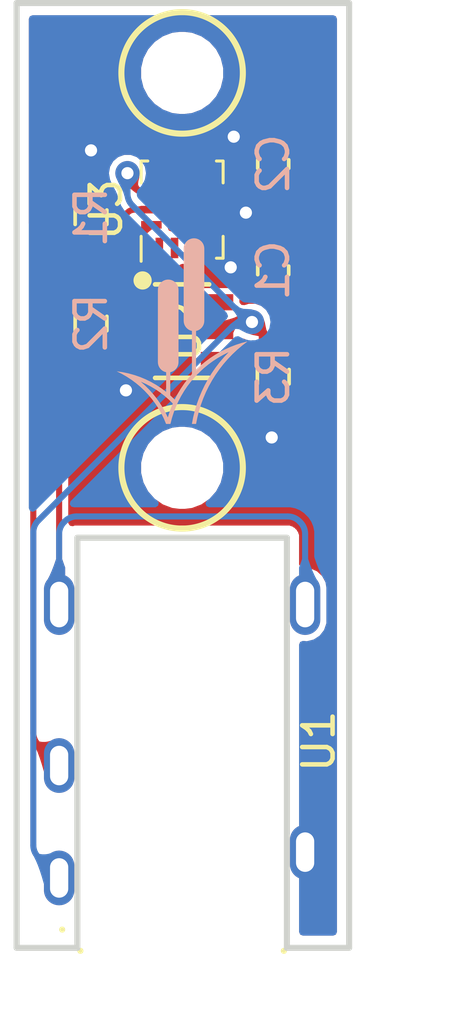
<source format=kicad_pcb>
(kicad_pcb (version 20221018) (generator pcbnew)
  (layers (0 "F.Cu" signal) (31 "B.Cu" signal) (34 "B.Paste" user) (35 "F.Paste" user) (36 "B.SilkS" user "B.Silkscreen") (37 "F.SilkS" user "F.Silkscreen") (38 "B.Mask" user) (39 "F.Mask" user) (44 "Edge.Cuts" user))
  (net 0 "")
  (net 1 "+3V3")
  (net 2 "/SDA")
  (net 3 "Net-(R2-Pad2)")
  (net 4 "/SCL")
  (net 5 "Net-(U3-VDD)")
  (net 6 "GND")
  (net 7 "Net-(R1-Pad2)")
  (footprint "SOT-23-6_L2.9-W1.6-P0.95-LS2.8-BL:SOT-23-6_L2.9-W1.6-P0.95-LS2.8-BL" (layer "F.Cu") (at 147 92.5 -90)
    (fp_text reference "U2" (at 0 -0.1 90) (layer "F.SilkS"))
    (fp_text value "SRV05-4_C558418")
    (fp_line (start -1.539192 0.889205) (end -1.539192 -0.889205) (stroke (width 0.1524)) (layer "F.SilkS"))
    (fp_line (start 1.539192 0.889205) (end 1.539192 -0.889205) (stroke (width 0.1524)) (layer "F.SilkS"))
    (fp_circle (center -1.668275 1.301499) (end -1.518161 1.301499) (stroke (width 0.3)) (fill none) (layer "F.SilkS"))
    (fp_circle (center -1.463018 1.4) (end -1.43302 1.4) (stroke (width 0.059995)) (fill none) (layer "F.SilkS"))
    (pad "1" smd rect (at -0.949962 1.149098 270) (size 0.532004 1.072009) (layers "F.Cu" "F.Paste" "F.Mask") (net 2 "/SDA"))
    (pad "2" smd rect (at 0 1.149098 270) (size 0.532004 1.072009) (layers "F.Cu" "F.Paste" "F.Mask") (net 6 "GND"))
    (pad "3" smd rect (at 0.949962 1.149098 270) (size 0.532004 1.072009) (layers "F.Cu" "F.Paste" "F.Mask") (net 4 "/SCL"))
    (pad "4" smd rect (at 0.949962 -1.149098 270) (size 0.532004 1.072009) (layers "F.Cu" "F.Paste" "F.Mask"))
    (pad "5" smd rect (at 0 -1.149098 270) (size 0.532004 1.072009) (layers "F.Cu" "F.Paste" "F.Mask") (net 1 "+3V3"))
    (pad "6" smd rect (at -0.949962 -1.149098 270) (size 0.532004 1.072009) (layers "F.Cu" "F.Paste" "F.Mask"))
  )
  (footprint "AUDIO-TH_ST-0277D00-052-142:AUDIO-TH_ST-0277D00-052-142" (layer "F.Cu") (at 147 106 90)
    (fp_text reference "U1" (at 0 4.5 270) (layer "F.SilkS"))
    (fp_text value "ST-0277D00-052-142")
    (fp_line (start -6.8 -3.45) (end -6.8 -4.5) (stroke (width 0.15)) (layer "F.SilkS"))
    (fp_line (start -6.8 -3.45) (end 6.7 -3.45) (stroke (width 0.15)) (layer "F.SilkS"))
    (fp_line (start -6.8 3.45) (end -6.8 4.5) (stroke (width 0.15)) (layer "F.SilkS"))
    (fp_line (start 6.7 -3.45) (end 6.7 3.45) (stroke (width 0.15)) (layer "F.SilkS"))
    (fp_line (start 6.7 3.45) (end -6.8 3.45) (stroke (width 0.15)) (layer "F.SilkS"))
    (fp_circle (center -6.9 -3.35) (end -6.9 -3.35) (stroke (width 0.1)) (fill none) (layer "F.SilkS"))
    (fp_circle (center -6.9 3.35) (end -6.9 3.35) (stroke (width 0.1)) (fill none) (layer "F.SilkS"))
    (fp_circle (center -6.2 -3.95) (end -6.2 -3.9) (stroke (width 0.1)) (fill none) (layer "F.SilkS"))
    (pad "1" thru_hole oval (at -4.5 -4.050038 90) (size 1.8 1) (drill oval 1.300025 0.6) (layers "*.Cu" "*.Mask") (net 1 "+3V3"))
    (pad "2" thru_hole oval (at -3.64986 4.050038 90) (size 1.8 1) (drill oval 1.3 0.6) (layers "*.Cu" "*.Mask") (net 6 "GND"))
    (pad "3" thru_hole oval (at -0.799975 -4.050038 90) (size 1.8 1) (drill oval 1.3 0.6) (layers "*.Cu" "*.Mask") (net 7 "Net-(R1-Pad2)"))
    (pad "4" thru_hole oval (at 4.5 4.050038 90) (size 2 1) (drill oval 1.5 0.6) (layers "*.Cu" "*.Mask") (net 3 "Net-(R2-Pad2)"))
    (pad "5" thru_hole oval (at 4.5 -4.050038 90) (size 2 1) (drill oval 1.5 0.6) (layers "*.Cu" "*.Mask") (net 3 "Net-(R2-Pad2)"))
  )
  (footprint "" (layer "F.Cu") (at 147 84)
    (fp_text reference "" (at 0 0) (layer "F.SilkS") (effects (font (size 1.27 1.27))))
    (fp_text value "" (at 0 0) (layer "F.SilkS") (effects (font (size 1.27 1.27))))
    (pad "" np_thru_hole circle (at 0 0) (size 2.2 2.2) (drill 2.2) (layers "F&B.Cu" "*.Mask"))
  )
  (footprint "Package_LGA:Bosch_LGA-14_3x2.5mm_P0.5mm" (layer "F.Cu") (at 147 88.5 90)
    (fp_text reference "U3" (at 0 -2.5 90) (layer "F.SilkS"))
    (fp_text value "BMI270")
    (fp_line (start -1.7 -1.35) (end -0.88 -1.35) (stroke (width 0.1)) (layer "F.SilkS"))
    (fp_line (start -1.6 1.35) (end -1.6 1.13) (stroke (width 0.1)) (layer "F.SilkS"))
    (fp_line (start -1.6 1.35) (end -0.88 1.35) (stroke (width 0.1)) (layer "F.SilkS"))
    (fp_line (start 0.88 -1.35) (end 1.6 -1.35) (stroke (width 0.1)) (layer "F.SilkS"))
    (fp_line (start 1.6 -1.35) (end 1.6 -1.13) (stroke (width 0.1)) (layer "F.SilkS"))
    (fp_line (start 1.6 1.13) (end 1.6 1.35) (stroke (width 0.1)) (layer "F.SilkS"))
    (fp_line (start 1.6 1.35) (end 0.88 1.35) (stroke (width 0.1)) (layer "F.SilkS"))
    (pad "1" smd rect (at -1.2625 -0.75 90) (size 0.675 0.25) (layers "F.Cu" "F.Paste" "F.Mask") (net 1 "+3V3"))
    (pad "2" smd rect (at -1.2625 -0.25 90) (size 0.675 0.25) (layers "F.Cu" "F.Paste" "F.Mask"))
    (pad "3" smd rect (at -1.2625 0.25 90) (size 0.675 0.25) (layers "F.Cu" "F.Paste" "F.Mask"))
    (pad "4" smd rect (at -1.2625 0.75 90) (size 0.675 0.25) (layers "F.Cu" "F.Paste" "F.Mask"))
    (pad "5" smd rect (at -0.5 1.0125 90) (size 0.25 0.675) (layers "F.Cu" "F.Paste" "F.Mask") (net 5 "Net-(U3-VDD)"))
    (pad "6" smd rect (at 0 1.0125 90) (size 0.25 0.675) (layers "F.Cu" "F.Paste" "F.Mask") (net 6 "GND"))
    (pad "7" smd rect (at 0.5 1.0125 90) (size 0.25 0.675) (layers "F.Cu" "F.Paste" "F.Mask") (net 6 "GND"))
    (pad "8" smd rect (at 1.2625 0.75 90) (size 0.675 0.25) (layers "F.Cu" "F.Paste" "F.Mask") (net 5 "Net-(U3-VDD)"))
    (pad "9" smd rect (at 1.2625 0.25 90) (size 0.675 0.25) (layers "F.Cu" "F.Paste" "F.Mask"))
    (pad "10" smd rect (at 1.2625 -0.25 90) (size 0.675 0.25) (layers "F.Cu" "F.Paste" "F.Mask"))
    (pad "11" smd rect (at 1.2625 -0.75 90) (size 0.675 0.25) (layers "F.Cu" "F.Paste" "F.Mask"))
    (pad "12" smd rect (at 0.5 -1.0125 90) (size 0.25 0.675) (layers "F.Cu" "F.Paste" "F.Mask") (net 1 "+3V3"))
    (pad "13" smd rect (at 0 -1.0125 90) (size 0.25 0.675) (layers "F.Cu" "F.Paste" "F.Mask") (net 4 "/SCL"))
    (pad "14" smd rect (at -0.5 -1.0125 90) (size 0.25 0.675) (layers "F.Cu" "F.Paste" "F.Mask") (net 2 "/SDA"))
  )
  (footprint "" (layer "F.Cu") (at 147 97)
    (fp_text reference "" (at 0 0) (layer "F.SilkS") (effects (font (size 1.27 1.27))))
    (fp_text value "" (at 0 0) (layer "F.SilkS") (effects (font (size 1.27 1.27))))
    (pad "" np_thru_hole circle (at 0 0) (size 2.2 2.2) (drill 2.2) (layers "F&B.Cu" "*.Mask"))
  )
  (footprint "Resistor_SMD:R_0603_1608Metric" (layer "F.Cu") (at 150 94 -90)
    (fp_text reference "R3" (at 0 0 -90) (layer "B.SilkS") (effects (justify mirror)))
    (fp_text value "1k")
    (fp_line (start -0.237258 -0.5225) (end 0.237258 -0.5225) (stroke (width 0.12)) (layer "F.SilkS"))
    (fp_line (start -0.237258 0.5225) (end 0.237258 0.5225) (stroke (width 0.12)) (layer "F.SilkS"))
    (pad "1" smd roundrect (at -0.825 0 270) (size 0.8 0.95) (layers "F.Cu" "F.Paste" "F.Mask") (net 1 "+3V3"))
    (pad "2" smd roundrect (at 0.825 0 270) (size 0.8 0.95) (layers "F.Cu" "F.Paste" "F.Mask") (net 5 "Net-(U3-VDD)"))
  )
  (footprint "Resistor_SMD:R_0603_1608Metric" (layer "F.Cu") (at 144 92.25 90)
    (fp_text reference "R2" (at 0 0 90) (layer "B.SilkS") (effects (justify mirror)))
    (fp_text value "1k")
    (fp_line (start -0.237258 -0.5225) (end 0.237258 -0.5225) (stroke (width 0.12)) (layer "F.SilkS"))
    (fp_line (start -0.237258 0.5225) (end 0.237258 0.5225) (stroke (width 0.12)) (layer "F.SilkS"))
    (pad "1" smd roundrect (at -0.825 0 90) (size 0.8 0.95) (layers "F.Cu" "F.Paste" "F.Mask") (net 4 "/SCL"))
    (pad "2" smd roundrect (at 0.825 0 90) (size 0.8 0.95) (layers "F.Cu" "F.Paste" "F.Mask") (net 3 "Net-(R2-Pad2)"))
  )
  (footprint "Capacitor_SMD:C_0603_1608Metric" (layer "F.Cu") (at 150 90.5 -90)
    (fp_text reference "C1" (at 0 0 90) (layer "B.SilkS") (effects (justify mirror)))
    (fp_text value "100n")
    (fp_line (start -0.14058 -0.51) (end 0.14058 -0.51) (stroke (width 0.12)) (layer "F.SilkS"))
    (fp_line (start -0.14058 0.51) (end 0.14058 0.51) (stroke (width 0.12)) (layer "F.SilkS"))
    (pad "1" smd roundrect (at -0.775 0 270) (size 0.9 0.95) (layers "F.Cu" "F.Paste" "F.Mask") (net 5 "Net-(U3-VDD)"))
    (pad "2" smd roundrect (at 0.775 0 270) (size 0.9 0.95) (layers "F.Cu" "F.Paste" "F.Mask") (net 6 "GND"))
  )
  (footprint "Capacitor_SMD:C_0603_1608Metric" (layer "F.Cu") (at 150 87 90)
    (fp_text reference "C2" (at 0 0 90) (layer "B.SilkS") (effects (justify mirror)))
    (fp_text value "100n")
    (fp_line (start -0.14058 -0.51) (end 0.14058 -0.51) (stroke (width 0.12)) (layer "F.SilkS"))
    (fp_line (start -0.14058 0.51) (end 0.14058 0.51) (stroke (width 0.12)) (layer "F.SilkS"))
    (pad "1" smd roundrect (at -0.775 0 90) (size 0.9 0.95) (layers "F.Cu" "F.Paste" "F.Mask") (net 5 "Net-(U3-VDD)"))
    (pad "2" smd roundrect (at 0.775 0 90) (size 0.9 0.95) (layers "F.Cu" "F.Paste" "F.Mask") (net 6 "GND"))
  )
  (footprint "Resistor_SMD:R_0603_1608Metric" (layer "F.Cu") (at 144 88.75 90)
    (fp_text reference "R1" (at 0 0 90) (layer "B.SilkS") (effects (justify mirror)))
    (fp_text value "1k")
    (fp_line (start -0.237258 -0.5225) (end 0.237258 -0.5225) (stroke (width 0.12)) (layer "F.SilkS"))
    (fp_line (start -0.237258 0.5225) (end 0.237258 0.5225) (stroke (width 0.12)) (layer "F.SilkS"))
    (pad "1" smd roundrect (at -0.825 0 90) (size 0.8 0.95) (layers "F.Cu" "F.Paste" "F.Mask") (net 2 "/SDA"))
    (pad "2" smd roundrect (at 0.825 0 90) (size 0.8 0.95) (layers "F.Cu" "F.Paste" "F.Mask") (net 7 "Net-(R1-Pad2)"))
  )
  (gr_poly (pts (xy 147.297965 89.456279) (xy 147.23955 89.478975) (xy 147.18622 89.511996) (xy 147.139867 89.554226) (xy 147.102071 89.604239) (xy 147.074134 89.660452) (xy 147.056988 89.720604) (xy 147.051283 89.783143) (xy 147.051128 92.161075) (xy 147.056027 92.219025) (xy 147.070817 92.275207) (xy 147.094939 92.328072) (xy 147.127619 92.376008) (xy 147.168113 92.417617) (xy 147.214932 92.45191) (xy 147.267177 92.477614) (xy 147.322894 92.493954) (xy 147.322739 93.912875) (xy 147.190189 94.067191) (xy 147.066848 94.228793) (xy 146.952684 94.397062) (xy 146.848567 94.571532) (xy 146.754247 94.751862) (xy 146.609325 94.613917) (xy 146.609325 93.852879) (xy 146.664888 93.836507) (xy 146.717102 93.810803) (xy 146.763952 93.776511) (xy 146.804414 93.734901) (xy 146.83728 93.686966) (xy 146.861248 93.634101) (xy 146.876007 93.577918) (xy 146.881092 93.519969) (xy 146.881402 91.142067) (xy 146.875542 91.079497) (xy 146.858396 91.019191) (xy 146.830459 90.963133) (xy 146.792663 90.91312) (xy 146.746309 90.870921) (xy 146.692979 90.8379) (xy 146.634564 90.815173) (xy 146.572956 90.803762) (xy 146.510262 90.803762) (xy 146.448653 90.815173) (xy 146.390238 90.8379) (xy 146.336908 90.870921) (xy 146.290554 90.91312) (xy 146.252758 90.963133) (xy 146.224822 91.019191) (xy 146.207675 91.079497) (xy 146.20197 91.142067) (xy 146.20166 93.519969) (xy 146.206559 93.577918) (xy 146.221318 93.634101) (xy 146.245472 93.686966) (xy 146.278152 93.734901) (xy 146.318646 93.776511) (xy 146.365619 93.810803) (xy 146.417709 93.836507) (xy 146.473427 93.852879) (xy 146.473427 94.499133) (xy 146.314212 94.380071) (xy 146.147989 94.271178) (xy 145.975256 94.172921) (xy 145.796848 94.085423) (xy 145.613324 94.009241) (xy 145.425367 93.944625) (xy 145.233905 93.891605) (xy 145.039282 93.850801) (xy 144.842736 93.822213) (xy 145.010694 93.905402) (xy 145.173568 93.998606) (xy 145.330427 94.101297) (xy 145.481084 94.213074) (xy 145.62492 94.333407) (xy 145.761129 94.462144) (xy 145.88971 94.598848) (xy 146.009703 94.742809) (xy 146.121169 94.893621) (xy 146.223395 95.050945) (xy 146.316103 95.214005) (xy 146.398982 95.382118) (xy 146.471535 95.554976) (xy 146.614875 95.554976) (xy 146.664082 95.364166) (xy 146.724078 95.176673) (xy 146.794585 94.992685) (xy 146.843663 94.883947) (xy 146.693289 94.883947) (xy 146.631711 95.033799) (xy 146.577079 95.186223) (xy 146.529454 95.341005) (xy 146.448343 95.173511) (xy 146.357868 95.010792) (xy 146.258308 94.853624) (xy 146.150067 94.702191) (xy 146.033516 94.557239) (xy 145.908903 94.418983) (xy 145.776663 94.288015) (xy 145.637292 94.164642) (xy 145.80525 94.239273) (xy 145.96859 94.323889) (xy 146.126409 94.418022) (xy 146.278493 94.52152) (xy 146.423911 94.633916) (xy 146.56232 94.75487) (xy 146.693289 94.883947) (xy 146.843663 94.883947) (xy 146.875542 94.813316) (xy 146.966668 94.638691) (xy 147.067623 94.469616) (xy 147.178128 94.306587) (xy 147.297811 94.150193) (xy 147.426237 94.001148) (xy 147.563097 93.85939) (xy 147.707863 93.725878) (xy 147.859947 93.60077) (xy 148.019007 93.48456) (xy 148.184423 93.377713) (xy 148.355885 93.280572) (xy 148.532402 93.193415) (xy 148.378272 93.35694) (xy 148.232699 93.528061) (xy 148.09618 93.7065) (xy 147.968994 93.89176) (xy 147.851389 94.083221) (xy 147.743737 94.280387) (xy 147.64644 94.482949) (xy 147.559593 94.69013) (xy 147.483381 94.901558) (xy 147.418299 95.116522) (xy 147.364163 95.334493) (xy 147.321158 95.554976) (xy 147.459103 95.555131) (xy 147.502139 95.340353) (xy 147.556089 95.128118) (xy 147.621015 94.91886) (xy 147.696422 94.713291) (xy 147.782463 94.511846) (xy 147.878829 94.31499) (xy 147.98521 94.123529) (xy 148.101234 93.937803) (xy 148.226653 93.758248) (xy 148.36128 93.58536) (xy 148.50462 93.419788) (xy 148.656394 93.26169) (xy 148.81595 93.111653) (xy 148.983103 92.970048) (xy 149.157263 92.837344) (xy 148.967383 92.88686) (xy 148.780542 92.946887) (xy 148.597173 93.017053) (xy 148.417959 93.097048) (xy 148.243334 93.186903) (xy 148.074104 93.286277) (xy 147.910269 93.394705) (xy 147.752791 93.512031) (xy 147.602133 93.63776) (xy 147.458638 93.771581) (xy 147.458793 92.49414) (xy 147.514355 92.477768) (xy 147.566569 92.452065) (xy 147.613419 92.417772) (xy 147.653882 92.376162) (xy 147.686593 92.328227) (xy 147.710715 92.275362) (xy 147.725474 92.21918) (xy 147.730559 92.16123) (xy 147.730714 89.783298) (xy 147.724854 89.720759) (xy 147.707708 89.660607) (xy 147.679772 89.604394) (xy 147.641976 89.554381) (xy 147.595622 89.512151) (xy 147.542292 89.479161) (xy 147.483877 89.456434) (xy 147.422268 89.445024) (xy 147.359574 89.444869)) (fill solid) (layer "B.SilkS"))
  (gr_circle (center 147 84) (end 148.99999 83.999991) (stroke (width 0.2)) (fill none) (layer "F.SilkS"))
  (gr_circle (center 147 97) (end 148.99999 96.999991) (stroke (width 0.2)) (fill none) (layer "F.SilkS"))
  (gr_line (start 143.55 112.8) (end 143.55 99.3) (stroke (width 0.2)) (layer "Edge.Cuts"))
  (gr_line (start 150.45 112.8) (end 152.5 112.8) (stroke (width 0.2)) (layer "Edge.Cuts"))
  (gr_line (start 143.55 112.8) (end 143.55 112.8) (stroke (width 0.2)) (layer "Edge.Cuts"))
  (gr_line (start 141.55 112.8) (end 143.55 112.8) (stroke (width 0.2)) (layer "Edge.Cuts"))
  (gr_line (start 152.5 81.7) (end 141.55 81.7) (stroke (width 0.2)) (layer "Edge.Cuts"))
  (gr_line (start 150.45 99.3) (end 150.45 112.8) (stroke (width 0.2)) (layer "Edge.Cuts"))
  (gr_line (start 141.55 81.7) (end 141.55 112.8) (stroke (width 0.2)) (layer "Edge.Cuts"))
  (gr_line (start 143.55 99.3) (end 150.45 99.3) (stroke (width 0.2)) (layer "Edge.Cuts"))
  (gr_line (start 152.5 112.8) (end 152.5 81.7) (stroke (width 0.2)) (layer "Edge.Cuts"))
  (segment (start 147.747143 92.392551) (end 147.76534 92.392551) (width 0.2) (layer "F.Cu") (net 1))
  (segment (start 149.902772 92.802772) (end 149.3 92.2) (width 0.2) (layer "F.Cu") (net 1))
  (segment (start 150 93.080051) (end 150 92.985103) (width 0.2) (layer "F.Cu") (net 1))
  (segment (start 146.84062 90.84062) (end 146.409379 90.409379) (width 0.2) (layer "F.Cu") (net 1))
  (segment (start 145.598353 87.898353) (end 145.27071 87.57071) (width 0.2) (layer "F.Cu") (net 1))
  (segment (start 147.159379 91.822984) (end 147.716078 92.379683) (width 0.2) (layer "F.Cu") (net 1))
  (segment (start 147 91.225395) (end 147 91.438209) (width 0.2) (layer "F.Cu") (net 1))
  (segment (start 148.66123 92.2) (end 149.3 92.2) (width 0.2) (layer "F.Cu") (net 1))
  (segment (start 150 93.0375) (end 150 93.080051) (width 0.2) (layer "F.Cu") (net 1))
  (segment (start 145.84375 88) (end 145.9875 88) (width 0.2) (layer "F.Cu") (net 1))
  (segment (start 146.25 90.024604) (end 146.25 89.7625) (width 0.2) (layer "F.Cu") (net 1))
  (segment (start 145.2 87.3) (end 145.2 87.4) (width 0.2) (layer "F.Cu") (net 1))
  (segment (start 148.299098 92.35) (end 148.149098 92.5) (width 0.2) (layer "F.Cu") (net 1))
  (via (at 145.2 87.3) (size 0.8) (drill 0.4) (layers "F.Cu" "B.Cu") (net 1))
  (via (at 149.3 92.2) (size 0.8) (drill 0.4) (layers "F.Cu" "B.Cu") (net 1))
  (arc (start 145.2 87.4) (mid 145.218376 87.492387) (end 145.27071 87.57071) (width 0.2) (layer "F.Cu") (net 1))
  (arc (start 147 91.438209) (mid 147.041421 91.646447) (end 147.159379 91.822984) (width 0.2) (layer "F.Cu") (net 1))
  (arc (start 150 93.080051) (mid 150 93.080051) (end 150 93.080051) (width 0.2) (layer "F.Cu") (net 1))
  (arc (start 148.66123 92.2) (mid 148.465245 92.238983) (end 148.299098 92.35) (width 0.2) (layer "F.Cu") (net 1))
  (arc (start 146.25 90.024604) (mid 146.291421 90.232842) (end 146.409379 90.409379) (width 0.2) (layer "F.Cu") (net 1))
  (arc (start 147.716078 92.379683) (mid 147.73033 92.389206) (end 147.747143 92.392551) (width 0.2) (layer "F.Cu") (net 1))
  (arc (start 149.902772 92.802772) (mid 149.974731 92.910466) (end 150 93.0375) (width 0.2) (layer "F.Cu") (net 1))
  (arc (start 145.598353 87.898353) (mid 145.710942 87.973582) (end 145.84375 88) (width 0.2) (layer "F.Cu") (net 1))
  (arc (start 146.84062 90.84062) (mid 146.958578 91.017156) (end 147 91.225395) (width 0.2) (layer "F.Cu") (net 1))
  (segment (start 145.2 87.3) (end 145.2 87.974604) (width 0.2) (layer "B.Cu") (net 1))
  (segment (start 142.1 99.125395) (end 142.1 109.424642) (width 0.2) (layer "B.Cu") (net 1))
  (segment (start 145.359379 88.359379) (end 149.164644 92.164644) (width 0.2) (layer "B.Cu") (net 1))
  (segment (start 149.25 92.2) (end 149.3 92.2) (width 0.2) (layer "B.Cu") (net 1))
  (segment (start 142.259378 98.74062) (end 148.64062 92.359379) (width 0.2) (layer "B.Cu") (net 1))
  (segment (start 142.259379 109.809417) (end 142.949962 110.5) (width 0.2) (layer "B.Cu") (net 1))
  (segment (start 149.025395 92.2) (end 149.3 92.2) (width 0.2) (layer "B.Cu") (net 1))
  (arc (start 142.259378 98.74062) (mid 142.14142 98.917156) (end 142.1 99.125395) (width 0.2) (layer "B.Cu") (net 1))
  (arc (start 145.2 87.974604) (mid 145.241421 88.182842) (end 145.359379 88.359379) (width 0.2) (layer "B.Cu") (net 1))
  (arc (start 149.025395 92.2) (mid 148.817156 92.241421) (end 148.64062 92.359379) (width 0.2) (layer "B.Cu") (net 1))
  (arc (start 149.164644 92.164644) (mid 149.203805 92.190811) (end 149.25 92.2) (width 0.2) (layer "B.Cu") (net 1))
  (arc (start 142.1 109.424642) (mid 142.141421 109.63288) (end 142.259379 109.809417) (width 0.2) (layer "B.Cu") (net 1))
  (segment (start 145.335171 89.652328) (end 145.9875 89) (width 0.2) (layer "F.Cu") (net 2))
  (segment (start 145.850902 90.676297) (end 145.850902 91.550038) (width 0.2) (layer "F.Cu") (net 2))
  (segment (start 144.373429 89.79375) (end 144.968354 89.79375) (width 0.2) (layer "F.Cu") (net 2))
  (segment (start 144.109375 89.684375) (end 144 89.575) (width 0.2) (layer "F.Cu") (net 2))
  (segment (start 145.691522 90.291522) (end 145.353129 89.953129) (width 0.2) (layer "F.Cu") (net 2))
  (arc (start 144.109375 89.684375) (mid 144.230524 89.765324) (end 144.373429 89.79375) (width 0.2) (layer "F.Cu") (net 2))
  (arc (start 145.691522 90.291522) (mid 145.80948 90.468058) (end 145.850902 90.676297) (width 0.2) (layer "F.Cu") (net 2))
  (arc (start 144.968354 89.79375) (mid 145.171925 89.756995) (end 145.335171 89.652328) (width 0.2) (layer "F.Cu") (net 2))
  (arc (start 145.353129 89.953129) (mid 145.176592 89.835171) (end 144.968354 89.79375) (width 0.2) (layer "F.Cu") (net 2))
  (arc (start 145.335171 89.652328) (mid 145.281852 89.799009) (end 145.353129 89.953129) (width 0.2) (layer "F.Cu") (net 2))
  (segment (start 142.949962 92.700433) (end 142.949962 101.5) (width 0.2) (layer "F.Cu") (net 3))
  (segment (start 143.109341 92.315658) (end 144 91.425) (width 0.2) (layer "F.Cu") (net 3))
  (arc (start 143.109341 92.315658) (mid 142.991383 92.492194) (end 142.949962 92.700433) (width 0.2) (layer "F.Cu") (net 3))
  (segment (start 151.050038 99.175433) (end 151.050038 101.5) (width 0.2) (layer "B.Cu") (net 3))
  (segment (start 150.859379 98.759379) (end 150.890658 98.790658) (width 0.2) (layer "B.Cu") (net 3))
  (segment (start 150.474604 98.6) (end 143.525396 98.6) (width 0.2) (layer "B.Cu") (net 3))
  (segment (start 143.109341 98.790658) (end 143.14062 98.759378) (width 0.2) (layer "B.Cu") (net 3))
  (segment (start 142.949962 99.175433) (end 142.949962 101.5) (width 0.2) (layer "B.Cu") (net 3))
  (arc (start 143.14062 98.759378) (mid 143.317156 98.64142) (end 143.525396 98.6) (width 0.2) (layer "B.Cu") (net 3))
  (arc (start 150.890658 98.790658) (mid 151.008616 98.967194) (end 151.050038 99.175433) (width 0.2) (layer "B.Cu") (net 3))
  (arc (start 142.949962 99.175433) (mid 142.991383 98.967194) (end 143.109341 98.790658) (width 0.2) (layer "B.Cu") (net 3))
  (arc (start 150.474604 98.6) (mid 150.682842 98.641421) (end 150.859379 98.759379) (width 0.2) (layer "B.Cu") (net 3))
  (segment (start 144.875 93.057322) (end 144.875 91.200395) (width 0.2) (layer "F.Cu") (net 4))
  (segment (start 144.857322 93.075) (end 144 93.075) (width 0.2) (layer "F.Cu") (net 4))
  (segment (start 144.9125 93.1125) (end 145.090582 93.290582) (width 0.2) (layer "F.Cu") (net 4))
  (segment (start 144.8875 93.0875) (end 144.9125 93.1125) (width 0.2) (layer "F.Cu") (net 4))
  (segment (start 144.559379 90.659379) (end 144.71562 90.81562) (width 0.2) (layer "F.Cu") (net 4))
  (segment (start 145.475357 93.449962) (end 145.850902 93.449962) (width 0.2) (layer "F.Cu") (net 4))
  (segment (start 143.1 89.325395) (end 143.1 89.874604) (width 0.2) (layer "F.Cu") (net 4))
  (segment (start 144.174604 90.5) (end 143.725395 90.5) (width 0.2) (layer "F.Cu") (net 4))
  (segment (start 143.34062 90.34062) (end 143.259379 90.259379) (width 0.2) (layer "F.Cu") (net 4))
  (segment (start 143.725396 88.7) (end 144.958578 88.7) (width 0.2) (layer "F.Cu") (net 4))
  (segment (start 143.34062 88.859378) (end 143.259379 88.94062) (width 0.2) (layer "F.Cu") (net 4))
  (segment (start 145.441421 88.5) (end 145.9875 88.5) (width 0.2) (layer "F.Cu") (net 4))
  (arc (start 144.559379 90.659379) (mid 144.382842 90.541421) (end 144.174604 90.5) (width 0.2) (layer "F.Cu") (net 4))
  (arc (start 145.090582 93.290582) (mid 145.267118 93.40854) (end 145.475357 93.449962) (width 0.2) (layer "F.Cu") (net 4))
  (arc (start 144.857322 93.075) (mid 144.869822 93.069822) (end 144.875 93.057322) (width 0.2) (layer "F.Cu") (net 4))
  (arc (start 143.34062 90.34062) (mid 143.517156 90.458578) (end 143.725395 90.5) (width 0.2) (layer "F.Cu") (net 4))
  (arc (start 144.8875 93.0875) (mid 144.873654 93.078248) (end 144.857322 93.075) (width 0.2) (layer "F.Cu") (net 4))
  (arc (start 143.725396 88.7) (mid 143.517156 88.74142) (end 143.34062 88.859378) (width 0.2) (layer "F.Cu") (net 4))
  (arc (start 143.259379 88.94062) (mid 143.141421 89.117156) (end 143.1 89.325395) (width 0.2) (layer "F.Cu") (net 4))
  (arc (start 144.875 93.057322) (mid 144.878248 93.073654) (end 144.8875 93.0875) (width 0.2) (layer "F.Cu") (net 4))
  (arc (start 143.1 89.874604) (mid 143.141421 90.082842) (end 143.259379 90.259379) (width 0.2) (layer "F.Cu") (net 4))
  (arc (start 145.2 88.6) (mid 145.089234 88.67401) (end 144.958578 88.7) (width 0.2) (layer "F.Cu") (net 4))
  (arc (start 145.441421 88.5) (mid 145.310764 88.525989) (end 145.2 88.6) (width 0.2) (layer "F.Cu") (net 4))
  (arc (start 144.71562 90.81562) (mid 144.833578 90.992156) (end 144.875 91.200395) (width 0.2) (layer "F.Cu") (net 4))
  (segment (start 148.15625 89) (end 148.0125 89) (width 0.2) (layer "F.Cu") (net 5))
  (segment (start 148.401646 89.101646) (end 148.86562 89.56562) (width 0.2) (layer "F.Cu") (net 5))
  (segment (start 150 89.725) (end 149.250395 89.725) (width 0.2) (layer "F.Cu") (net 5))
  (segment (start 151.1 91.050395) (end 151.1 93.499604) (width 0.2) (layer "F.Cu") (net 5))
  (segment (start 150.94062 90.66562) (end 150 89.725) (width 0.2) (layer "F.Cu") (net 5))
  (segment (start 150.94062 93.884379) (end 150 94.825) (width 0.2) (layer "F.Cu") (net 5))
  (segment (start 150 89.725) (end 150 87.775) (width 0.2) (layer "F.Cu") (net 5))
  (segment (start 149.237104 87.2375) (end 147.75 87.2375) (width 0.2) (layer "F.Cu") (net 5))
  (segment (start 149.621879 87.396879) (end 150 87.775) (width 0.2) (layer "F.Cu") (net 5))
  (arc (start 148.86562 89.56562) (mid 149.042156 89.683578) (end 149.250395 89.725) (width 0.2) (layer "F.Cu") (net 5))
  (arc (start 150.94062 90.66562) (mid 151.058578 90.842156) (end 151.1 91.050395) (width 0.2) (layer "F.Cu") (net 5))
  (arc (start 149.621879 87.396879) (mid 149.445342 87.278921) (end 149.237104 87.2375) (width 0.2) (layer "F.Cu") (net 5))
  (arc (start 148.401646 89.101646) (mid 148.289057 89.026416) (end 148.15625 89) (width 0.2) (layer "F.Cu") (net 5))
  (arc (start 151.1 93.499604) (mid 151.058578 93.707842) (end 150.94062 93.884379) (width 0.2) (layer "F.Cu") (net 5))
  (via (at 144 86.55) (size 0.8) (drill 0.4) (layers "F.Cu" "B.Cu") (net 6))
  (via (at 149.95 96) (size 0.8) (drill 0.4) (layers "F.Cu" "B.Cu") (net 6))
  (via (at 148.7 86.1) (size 0.8) (drill 0.4) (layers "F.Cu" "B.Cu") (net 6))
  (via (at 145.15 94.45) (size 0.8) (drill 0.4) (layers "F.Cu" "B.Cu") (net 6))
  (via (at 148.6 90.4) (size 0.8) (drill 0.4) (layers "F.Cu" "B.Cu") (net 6))
  (via (at 149.1 88.6) (size 0.8) (drill 0.4) (layers "F.Cu" "B.Cu") (net 6))
  (segment (start 143.854657 87.925) (end 144 87.925) (width 0.2) (layer "F.Cu") (net 7))
  (segment (start 142.259379 106.109392) (end 142.949962 106.799975) (width 0.2) (layer "F.Cu") (net 7))
  (segment (start 143.60654 88.027772) (end 142.259379 89.374934) (width 0.2) (layer "F.Cu") (net 7))
  (segment (start 142.1 105.724617) (end 142.1 89.759709) (width 0.2) (layer "F.Cu") (net 7))
  (arc (start 143.854657 87.925) (mid 143.720377 87.951709) (end 143.60654 88.027772) (width 0.2) (layer "F.Cu") (net 7))
  (arc (start 142.259379 89.374934) (mid 142.141421 89.55147) (end 142.1 89.759709) (width 0.2) (layer "F.Cu") (net 7))
  (arc (start 142.1 105.724617) (mid 142.141421 105.932855) (end 142.259379 106.109392) (width 0.2) (layer "F.Cu") (net 7))
  (zone (net 6) (net_name "GND") (layers "F&B.Cu") (connect_pads yes (clearance 0)) (min_thickness 0.25) (fill yes (thermal_gap 0.5) (thermal_bridge_width 0.5))
    (polygon (pts (xy 150.45 112.8) (xy 150.45 99.3) (xy 143.55 99.3) (xy 143.55 112.8) (xy 141.55 112.8) (xy 141.55 81.7) (xy 152.5 81.7) (xy 152.5 112.8)))
  )
)
</source>
